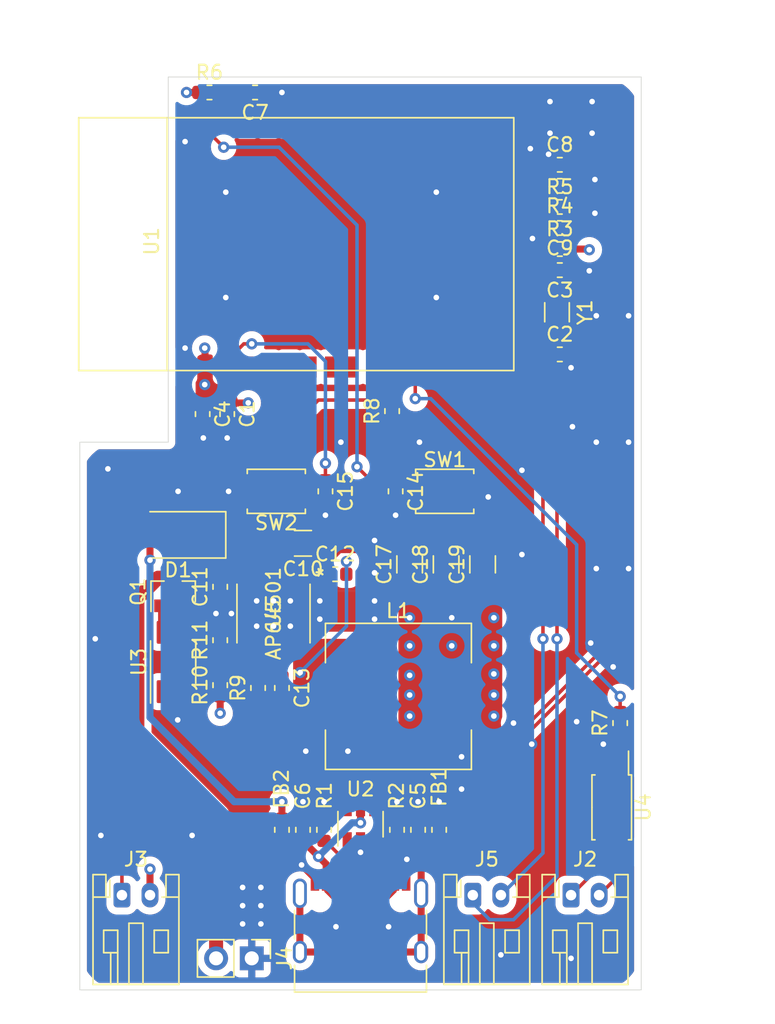
<source format=kicad_pcb>
(kicad_pcb (version 20211014) (generator pcbnew)
  (layers (0 "F.Cu" signal) (1 "In1.Cu" power) (2 "In2.Cu" power) (31 "B.Cu" signal) (34 "B.Paste" user) (35 "F.Paste" user) (36 "B.SilkS" user "B.Silkscreen") (37 "F.SilkS" user "F.Silkscreen") (38 "B.Mask" user) (39 "F.Mask" user) (44 "Edge.Cuts" user))
  (net 0 "")
  (net 1 "GND")
  (net 2 "+3V3")
  (net 3 "/MODULE_TX")
  (net 4 "/MODULE_RX")
  (net 5 "Net-(U1-Pad6)")
  (net 6 "/I2C_SDA")
  (net 7 "/I2C_SCL")
  (net 8 "Net-(U1-Pad7)")
  (net 9 "/USB_D+")
  (net 10 "/USB_D-")
  (net 11 "/D+")
  (net 12 "/D-")
  (net 13 "VBUS")
  (net 14 "+BATT")
  (net 15 "V_UNREG")
  (net 16 "Net-(R4-Pad2)")
  (net 17 "Net-(Q1-Pad1)")
  (net 18 "Net-(C2-Pad1)")
  (net 19 "Net-(C3-Pad2)")
  (net 20 "Net-(C5-Pad1)")
  (net 21 "Net-(C6-Pad1)")
  (net 22 "Net-(J1-PadB5)")
  (net 23 "Net-(J1-PadA8)")
  (net 24 "Net-(J1-PadA5)")
  (net 25 "Net-(J1-PadB8)")
  (net 26 "Net-(J2-Pad1)")
  (net 27 "Net-(J2-Pad2)")
  (net 28 "Net-(R3-Pad1)")
  (net 29 "Net-(R5-Pad1)")
  (net 30 "Net-(R7-Pad1)")
  (net 31 "Net-(U1-Pad31)")
  (net 32 "Net-(U1-Pad27)")
  (net 33 "Net-(U1-Pad30)")
  (net 34 "Net-(U1-Pad34)")
  (net 35 "Net-(U1-Pad28)")
  (net 36 "Net-(U1-Pad32)")
  (net 37 "Net-(U1-Pad37)")
  (net 38 "Net-(U1-Pad29)")
  (net 39 "Net-(U1-Pad38)")
  (net 40 "Net-(U1-Pad36)")
  (net 41 "Net-(U1-Pad33)")
  (net 42 "Net-(U1-Pad35)")
  (net 43 "Net-(U1-Pad39)")
  (net 44 "Net-(U1-Pad40)")
  (net 45 "Net-(U1-Pad25)")
  (net 46 "Net-(U1-Pad24)")
  (net 47 "Net-(U1-Pad20)")
  (net 48 "Net-(U1-Pad17)")
  (net 49 "Net-(U1-Pad13)")
  (net 50 "Net-(U1-Pad14)")
  (net 51 "Net-(U1-Pad9)")
  (net 52 "Net-(U1-Pad10)")
  (net 53 "Net-(U1-Pad8)")
  (net 54 "Net-(U1-Pad5)")
  (net 55 "Net-(U1-Pad4)")
  (net 56 "Net-(U3-Pad1)")
  (net 57 "/EN")
  (net 58 "/IO0")
  (net 59 "Net-(C11-Pad2)")
  (net 60 "Net-(C12-Pad2)")
  (net 61 "Net-(C12-Pad1)")
  (net 62 "Net-(C13-Pad2)")
  (net 63 "Net-(R10-Pad2)")
  (net 64 "Net-(R9-Pad2)")
  (footprint "Capacitor_SMD:C_0603_1608Metric" (layer "F.Cu") (at 140.5 92 -90)
    (fp_text reference "C1")
    (fp_text value "0.1uF")
  )
  (footprint "Capacitor_SMD:C_0603_1608Metric" (layer "F.Cu") (at 164.2 87.75)
    (fp_text reference "C2")
    (fp_text value "20pF")
  )
  (footprint "Capacitor_SMD:C_0603_1608Metric" (layer "F.Cu") (at 164.2 81.75 180)
    (fp_text reference "C3")
    (fp_text value "20pF")
  )
  (footprint "Capacitor_SMD:C_0603_1608Metric" (layer "F.Cu") (at 138.75 92 -90)
    (fp_text reference "C4")
    (fp_text value "22uF")
  )
  (footprint "Capacitor_SMD:C_0603_1608Metric" (layer "F.Cu") (at 142.4875 69.1 180)
    (fp_text reference "C7")
    (fp_text value "0.1uF")
  )
  (footprint "Capacitor_SMD:C_0603_1608Metric" (layer "F.Cu") (at 164.2 74.25)
    (fp_text reference "C8")
    (fp_text value "20pF")
  )
  (footprint "Inductor_SMD:L_0603_1608Metric" (layer "F.Cu") (at 144.4 121.6 -90)
    (fp_text reference "FB2")
    (fp_text value ">1A")
  )
  (footprint "Resistor_SMD:R_0603_1608Metric" (layer "F.Cu") (at 164.2 80.25)
    (fp_text reference "R3")
    (fp_text value "10k")
  )
  (footprint "Resistor_SMD:R_0603_1608Metric" (layer "F.Cu") (at 164.2 75.75 180)
    (fp_text reference "R4")
    (fp_text value "22R")
  )
  (footprint "Resistor_SMD:R_0603_1608Metric" (layer "F.Cu") (at 164.2 77.25)
    (fp_text reference "R5")
    (fp_text value "22R")
  )
  (footprint "Resistor_SMD:R_0603_1608Metric" (layer "F.Cu") (at 139.2375 69.1)
    (fp_text reference "R6")
    (fp_text value "10k")
  )
  (footprint "Resistor_SMD:R_0603_1608Metric" (layer "F.Cu") (at 152.25 91.7875 90)
    (fp_text reference "R8")
    (fp_text value "2.2K")
  )
  (footprint "Package_TO_SOT_SMD:SOT-23-6" (layer "F.Cu") (at 150 121.2 90)
    (fp_text reference "U2")
    (fp_text value "USBLC6-2SC6")
  )
  (footprint "Crystal:Crystal_SMD_3215-2Pin_3.2x1.5mm" (layer "F.Cu") (at 164 84.75 -90)
    (fp_text reference "Y1")
    (fp_text value "32.768KHz 12.5p")
  )
  (footprint "Connector_JST:JST_PH_S2B-PH-K_1x02_P2.00mm_Horizontal" (layer "F.Cu") (at 158 126.25)
    (fp_text reference "J5")
    (fp_text value "Conn_01x02_Male")
  )
  (footprint "Package_SO:MSOP-8_3x3mm_P0.65mm" (layer "F.Cu") (at 136.65 109.65 90)
    (fp_text reference "U3")
    (fp_text value "LTC4414")
  )
  (footprint "Connector_JST:JST_PH_S2B-PH-K_1x02_P2.00mm_Horizontal" (layer "F.Cu") (at 165 126.25)
    (fp_text reference "J2")
    (fp_text value "Conn_01x02_Male")
  )
  (footprint "Package_TO_SOT_SMD:SOT-23" (layer "F.Cu") (at 136.65 104.65 90)
    (fp_text reference "Q1")
    (fp_text value "DMP4065SQ")
  )
  (footprint "Connector_JST:JST_PH_S2B-PH-K_1x02_P2.00mm_Horizontal" (layer "F.Cu") (at 133 126.25)
    (fp_text reference "J3")
    (fp_text value "Conn_01x02_Male")
  )
  (footprint "Connector_PinHeader_2.54mm:PinHeader_1x02_P2.54mm_Vertical" (layer "F.Cu") (at 142.25 130.75 -90)
    (fp_text reference "J4")
    (fp_text value "Conn_01x02")
  )
  (footprint "Connector_USB:USB_C_Receptacle_HRO_TYPE-C-31-M-12" (layer "F.Cu") (at 150 129.25)
    (fp_text reference "J1" hide)
    (fp_text value "USB_C_Receptacle_USB2.0")
  )
  (footprint "Capacitor_SMD:C_0603_1608Metric" (layer "F.Cu") (at 152.5 97.5 -90)
    (fp_text reference "C14")
    (fp_text value "0.1uF")
  )
  (footprint "Button_Switch_SMD:SW_Push_SPST_NO_Alps_SKRK" (layer "F.Cu") (at 156 97.5)
    (fp_text reference "SW1")
    (fp_text value "Reset")
  )
  (footprint "Capacitor_SMD:C_0603_1608Metric" (layer "F.Cu") (at 164.2 78.75 180)
    (fp_text reference "C9")
    (fp_text value "20pF")
  )
  (footprint "Resistor_SMD:R_0603_1608Metric" (layer "F.Cu") (at 147.4 121.6 -90)
    (fp_text reference "R1")
    (fp_text value "5.1k")
  )
  (footprint "Capacitor_SMD:C_0603_1608Metric" (layer "F.Cu") (at 145.9 121.6 90)
    (fp_text reference "C6")
    (fp_text value "0.1uF")
  )
  (footprint "Resistor_SMD:R_0603_1608Metric" (layer "F.Cu") (at 168.5 114 90)
    (fp_text reference "R7")
    (fp_text value "180R")
  )
  (footprint "Package_SO:SOP-4_4.4x2.6mm_P1.27mm" (layer "F.Cu") (at 167.9 120 -90)
    (fp_text reference "U4")
    (fp_text value "EL3H7(B)(TA)-G")
  )
  (footprint "ESP32-s2:ESP32-S2-WROOM" (layer "F.Cu") (at 129.921 88.9 90)
    (fp_text reference "U1")
    (fp_text value "ESP32-S2-WROOM")
  )
  (footprint "Capacitor_SMD:C_0603_1608Metric" (layer "F.Cu") (at 147.5 97.5 -90)
    (fp_text reference "C15")
    (fp_text value "0.1uF")
  )
  (footprint "Button_Switch_SMD:SW_Push_SPST_NO_Alps_SKRK" (layer "F.Cu") (at 144 97.5 180)
    (fp_text reference "SW2")
    (fp_text value "Boot")
  )
  (footprint "Inductor_SMD:L_Wuerth_HCI-1050" (layer "F.Cu") (at 152.7 112.1)
    (fp_text reference "L1")
    (fp_text value "3.3uh")
  )
  (footprint "Capacitor_SMD:C_0603_1608Metric" (layer "F.Cu") (at 148.2 103.4)
    (fp_text reference "C12")
    (fp_text value "100nf")
  )
  (footprint "Capacitor_SMD:C_1206_3216Metric" (layer "F.Cu") (at 153.5 102.7 90)
    (fp_text reference "C17")
    (fp_text value "22uf")
  )
  (footprint "Capacitor_SMD:C_1206_3216Metric" (layer "F.Cu") (at 156.1 102.7 90)
    (fp_text reference "C18")
    (fp_text value "22uf")
  )
  (footprint "Capacitor_SMD:C_1206_3216Metric" (layer "F.Cu") (at 158.7 102.7 90)
    (fp_text reference "C19")
    (fp_text value "22uf")
  )
  (footprint "aquabotsBMS:AP64501SP-13" (layer "F.Cu") (at 143.8 106.2 -90)
    (fp_text reference "U5")
    (fp_text value "AP64501")
  )
  (footprint "Capacitor_SMD:C_1206_3216Metric" (layer "F.Cu") (at 145.9 101.2 180)
    (fp_text reference "C10")
    (fp_text value "10uf")
  )
  (footprint "Resistor_SMD:R_0603_1608Metric" (layer "F.Cu") (at 142.7 111.5 90)
    (fp_text reference "R9")
    (fp_text value "10.5k")
  )
  (footprint "Resistor_SMD:R_0603_1608Metric" (layer "F.Cu") (at 140 108.1 90)
    (fp_text reference "R11")
    (fp_text value "22.1k")
  )
  (footprint "Resistor_SMD:R_0603_1608Metric" (layer "F.Cu") (at 140 111.3 90)
    (fp_text reference "R10")
    (fp_text value "69.8k")
  )
  (footprint "Capacitor_SMD:C_0603_1608Metric" (layer "F.Cu") (at 144.4 111.5 -90)
    (fp_text reference "C13")
    (fp_text value "2.7nf")
  )
  (footprint "Capacitor_SMD:C_0603_1608Metric" (layer "F.Cu") (at 140 104.3 90)
    (fp_text reference "C11")
    (fp_text value "10nf")
  )
  (footprint "Diode_SMD:D_SMA" (layer "F.Cu") (at 137 100.6 180)
    (fp_text reference "D1")
    (fp_text value "B140B-13-F")
  )
  (footprint "Resistor_SMD:R_0603_1608Metric" (layer "F.Cu") (at 152.6 121.6 -90)
    (fp_text reference "R2")
    (fp_text value "5.1k")
  )
  (footprint "Inductor_SMD:L_0603_1608Metric" (layer "F.Cu") (at 155.6 121.6 -90)
    (fp_text reference "FB1")
    (fp_text value ">1A")
  )
  (footprint "Capacitor_SMD:C_0603_1608Metric" (layer "F.Cu") (at 154.1 121.6 90)
    (fp_text reference "C5")
    (fp_text value "0.1uF")
  )
  (gr_line (start 130 133) (end 130 94) (layer "Edge.Cuts") (width 0.05))
  (gr_line (start 170 68) (end 170 133) (layer "Edge.Cuts") (width 0.05))
  (gr_line (start 130 94) (end 136.3 94) (layer "Edge.Cuts") (width 0.05))
  (gr_line (start 136.3 68) (end 170 68) (layer "Edge.Cuts") (width 0.05))
  (gr_line (start 170 133) (end 130 133) (layer "Edge.Cuts") (width 0.05))
  (gr_line (start 136.3 94) (end 136.3 68) (layer "Edge.Cuts") (width 0.05))
  (segment (start 136.975 113.775) (end 136.975 113.775) (width 0.5) (layer "F.Cu") (net 1))
  (segment (start 152.5 98.2875) (end 152.5 99.2) (width 0.5) (layer "F.Cu") (net 1))
  (segment (start 136.325 111.7625) (end 136.975 111.7625) (width 0.5) (layer "F.Cu") (net 1))
  (segment (start 155.6 120.8125) (end 155.6 119.6) (width 0.5) (layer "F.Cu") (net 1))
  (segment (start 162.1 73.1) (end 163 73.1) (width 0.5) (layer "F.Cu") (net 1))
  (segment (start 150 122.3) (end 150 123.2) (width 0.5) (layer "F.Cu") (net 1))
  (segment (start 158.7 97.5) (end 159.1 97.9) (width 0.5) (layer "F.Cu") (net 1))
  (segment (start 164.9875 88.6875) (end 165 88.7) (width 0.5) (layer "F.Cu") (net 1))
  (segment (start 162.25 79.5) (end 162.6625 79.5) (width 0.25) (layer "F.Cu") (net 1))
  (segment (start 137.421 88.65) (end 137.421 87.379) (width 0.5) (layer "F.Cu") (net 1))
  (segment (start 162.05 73.15) (end 162.1 73.1) (width 0.5) (layer "F.Cu") (net 1))
  (segment (start 160.671 73.15) (end 162.05 73.15) (width 0.5) (layer "F.Cu") (net 1))
  (segment (start 137.421 72.521) (end 137.5 72.6) (width 0.5) (layer "F.Cu") (net 1))
  (segment (start 147.5 98.2875) (end 147.5 99.2) (width 0.5) (layer "F.Cu") (net 1))
  (segment (start 146.75 125.05) (end 145.8 124.1) (width 0.5) (layer "F.Cu") (net 1))
  (segment (start 136.975 111.7625) (end 136.975 113.775) (width 0.5) (layer "F.Cu") (net 1))
  (segment (start 164.9875 81.75) (end 166.25 81.75) (width 0.5) (layer "F.Cu") (net 1))
  (segment (start 163.4125 73.5125) (end 163.4 73.5) (width 0.5) (layer "F.Cu") (net 1))
  (segment (start 145.9 120.8125) (end 145.9 119.6) (width 0.5) (layer "F.Cu") (net 1))
  (segment (start 144.4 108.9147) (end 144.435 108.8797) (width 0.25) (layer "F.Cu") (net 1))
  (segment (start 164.9875 87.75) (end 164.9875 88.6875) (width 0.5) (layer "F.Cu") (net 1))
  (segment (start 138.75 93.65) (end 138.8 93.7) (width 0.5) (layer "F.Cu") (net 1))
  (segment (start 153.25 123.75) (end 153.3 123.7) (width 0.5) (layer "F.Cu") (net 1))
  (segment (start 146.75 125.205) (end 146.75 125.05) (width 0.5) (layer "F.Cu") (net 1))
  (segment (start 162.6625 79.5) (end 163.4125 78.75) (width 0.25) (layer "F.Cu") (net 1))
  (segment (start 158.1 97.5) (end 158.7 97.5) (width 0.5) (layer "F.Cu") (net 1))
  (segment (start 141.9 97.5) (end 140.6 97.5) (width 0.5) (layer "F.Cu") (net 1))
  (segment (start 138.75 92.7875) (end 138.75 93.65) (width 0.5) (layer "F.Cu") (net 1))
  (segment (start 144.4 110.7125) (end 144.4 108.9147) (width 0.25) (layer "F.Cu") (net 1))
  (segment (start 167.265 115.535) (end 167.3 115.5) (width 0.5) (layer "F.Cu") (net 1))
  (segment (start 140.5 92.7875) (end 140.5 93.7) (width 0.5) (layer "F.Cu") (net 1))
  (segment (start 137.421 87.379) (end 137.5 87.3) (width 0.5) (layer "F.Cu") (net 1))
  (segment (start 152.6 120.8125) (end 152.6 119.6) (width 0.5) (layer "F.Cu") (net 1))
  (segment (start 153.25 125.205) (end 153.25 123.75) (width 0.5) (layer "F.Cu") (net 1))
  (segment (start 166.25 81.75) (end 166.3 81.8) (width 0.5) (layer "F.Cu") (net 1))
  (segment (start 163 73.1) (end 163.4 73.5) (width 0.5) (layer "F.Cu") (net 1))
  (segment (start 147.4 120.8125) (end 147.4 119.6) (width 0.5) (layer "F.Cu") (net 1))
  (segment (start 137.421 71.15) (end 137.421 72.521) (width 0.5) (layer "F.Cu") (net 1))
  (segment (start 167.265 116.8125) (end 167.265 115.535) (width 0.5) (layer "F.Cu") (net 1))
  (segment (start 143.275 69.1) (end 144.4 69.1) (width 0.5) (layer "F.Cu") (net 1))
  (segment (start 154.1 120.8125) (end 154.1 119.6) (width 0.5) (layer "F.Cu") (net 1))
  (segment (start 163.4125 74.25) (end 163.4125 73.5125) (width 0.5) (layer "F.Cu") (net 1))
  (via (at 166.8 85) (size 0.8) (drill 0.4) (layers "F.Cu" "B.Cu") (net 1))
  (via (at 166.7 75.3) (size 0.8) (drill 0.4) (layers "F.Cu" "B.Cu") (net 1))
  (via (at 151 106.6) (size 0.8) (drill 0.4) (layers "F.Cu" "B.Cu") (net 1))
  (via (at 147.4 119.6) (size 0.8) (drill 0.4) (layers "F.Cu" "B.Cu") (net 1))
  (via (at 162.2 115.5) (size 0.8) (drill 0.4) (layers "F.Cu" "B.Cu") (net 1))
  (via (at 142.9 125.7) (size 0.8) (drill 0.4) (layers "F.Cu" "B.Cu") (net 1))
  (via (at 145 107.1) (size 0.8) (drill 0.4) (layers "F.Cu" "B.Cu") (net 1))
  (via (at 141.6 125.7) (size 0.8) (drill 0.4) (layers "F.Cu" "B.Cu") (net 1))
  (via (at 160.9 114) (size 0.8) (drill 0.4) (layers "F.Cu" "B.Cu") (net 1))
  (via (at 151 103.3) (size 0.8) (drill 0.4) (layers "F.Cu" "B.Cu") (net 1))
  (via (at 140.6 97.5) (size 0.8) (drill 0.4) (layers "F.Cu" "B.Cu") (net 1))
  (via (at 162.1 73.1) (size 0.8) (drill 0.4) (layers "F.Cu" "B.Cu") (net 1))
  (via (at 169.1 85) (size 0.8) (drill 0.4) (layers "F.Cu" "B.Cu") (net 1))
  (via (at 142.6 107.1) (size 0.8) (drill 0.4) (layers "F.Cu" "B.Cu") (net 1))
  (via (at 163.5 72) (size 0.8) (drill 0.4) (layers "F.Cu" "B.Cu") (net 1))
  (via (at 139.7 106.2) (size 0.8) (drill 0.4) (layers "F.Cu" "B.Cu") (net 1))
  (via (at 146.1 116) (size 0.8) (drill 0.4) (layers "F.Cu" "B.Cu") (net 1))
  (via (at 141.6 128.3) (size 0.8) (drill 0.4) (layers "F.Cu" "B.Cu") (net 1))
  (via (at 143.8 105.3) (size 0.8) (drill 0.4) (layers "F.Cu" "B.Cu") (net 1))
  (via (at 138.8 93.7) (size 0.8) (drill 0.4) (layers "F.Cu" "B.Cu") (net 1))
  (via (at 155.4 83.7) (size 0.8) (drill 0.4) (layers "F.Cu" "B.Cu") (net 1))
  (via (at 163.4 73.5) (size 0.8) (drill 0.4) (layers "F.Cu" "B.Cu") (net 1))
  (via (at 155.6 119.6) (size 0.8) (drill 0.4) (layers "F.Cu" "B.Cu") (net 1))
  (via (at 145.9 119.6) (size 0.8) (drill 0.4) (layers "F.Cu" "B.Cu") (net 1))
  (via (at 153.3 123.7) (size 0.8) (drill 0.4) (layers "F.Cu" "B.Cu") (net 1))
  (via (at 142.6 105.3) (size 0.8) (drill 0.4) (layers "F.Cu" "B.Cu") (net 1))
  (via (at 140.8 106.2) (size 0.8) (drill 0.4) (layers "F.Cu" "B.Cu") (net 1))
  (via (at 149.1 116) (size 0.8) (drill 0.4) (layers "F.Cu" "B.Cu") (net 1))
  (via (at 140.4 83.7) (size 0.8) (drill 0.4) (layers "F.Cu" "B.Cu") (net 1))
  (via (at 147.1 105.3) (size 0.8) (drill 0.4) (layers "F.Cu" "B.Cu") (net 1))
  (via (at 147.5 99.2) (size 0.8) (drill 0.4) (layers "F.Cu" "B.Cu") (net 1))
  (via (at 166.5 69.75) (size 0.8) (drill 0.4) (layers "F.Cu" "B.Cu") (net 1))
  (via (at 166.5 72) (size 0.8) (drill 0.4) (layers "F.Cu" "B.Cu") (net 1))
  (via (at 156.5 106.5) (size 0.8) (drill 0.4) (layers "F.Cu" "B.Cu") (net 1))
  (via (at 162.25 79.5) (size 0.8) (drill 0.4) (layers "F.Cu" "B.Cu") (net 1))
  (via (at 169.1 103) (size 0.8) (drill 0.4) (layers "F.Cu" "B.Cu") (net 1))
  (via (at 166.3 81.8) (size 0.8) (drill 0.4) (layers "F.Cu" "B.Cu") (net 1))
  (via (at 152 128.5) (size 0.8) (drill 0.4) (layers "F.Cu" "B.Cu") (net 1))
  (via (at 145 105.3) (size 0.8) (drill 0.4) (layers "F.Cu" "B.Cu") (net 1))
  (via (at 140.5 93.7) (size 0.8) (drill 0.4) (layers "F.Cu" "B.Cu") (net 1))
  (via (at 137.5 87.3) (size 0.8) (drill 0.4) (layers "F.Cu" "B.Cu") (net 1))
  (via (at 167.3 115.5) (size 0.8) (drill 0.4) (layers "F.Cu" "B.Cu") (net 1))
  (via (at 154.1 119.6) (size 0.8) (drill 0.4) (layers "F.Cu" "B.Cu") (net 1))
  (via (at 165.1 92.9) (size 0.8) (drill 0.4) (layers "F.Cu" "B.Cu") (net 1))
  (via (at 155.4 76.2) (size 0.8) (drill 0.4) (layers "F.Cu" "B.Cu") (net 1))
  (via (at 169.1 94) (size 0.8) (drill 0.4) (layers "F.Cu" "B.Cu") (net 1))
  (via (at 137 97.5) (size 0.8) (drill 0.4) (layers "F.Cu" "B.Cu") (net 1))
  (via (at 160 130.5) (size 0.8) (drill 0.4) (layers "F.Cu" "B.Cu") (net 1))
  (via (at 140.4 76.2) (size 0.8) (drill 0.4) (layers "F.Cu" "B.Cu") (net 1))
  (via (at 150 123.2) (size 0.8) (drill 0.4) (layers "F.Cu" "B.Cu") (net 1))
  (via (at 148.6 94) (size 0.8) (drill 0.4) (layers "F.Cu" "B.Cu") (net 1))
  (via (at 138 122) (size 0.8) (drill 0.4) (layers "F.Cu" "B.Cu") (net 1))
  (via (at 166.8 94) (size 0.8) (drill 0.4) (layers "F.Cu" "B.Cu") (net 1))
  (via (at 142.9 127) (size 0.8) (drill 0.4) (layers "F.Cu" "B.Cu") (net 1))
  (via (at 142.9 128.3) (size 0.8) (drill 0.4) (layers "F.Cu" "B.Cu") (net 1))
  (via (at 163.5 69.75) (size 0.8) (drill 0.4) (layers "F.Cu" "B.Cu") (net 1))
  (via (at 152.6 119.6) (size 0.8) (drill 0.4) (layers "F.Cu" "B.Cu") (net 1))
  (via (at 159.1 97.9) (size 0.8) (drill 0.4) (layers "F.Cu" "B.Cu") (net 1))
  (via (at 145.8 124.1) (size 0.8) (drill 0.4) (layers "F.Cu" "B.Cu") (net 1))
  (via (at 136.975 113.775) (size 0.8) (drill 0.4) (layers "F.Cu" "B.Cu") (net 1))
  (via (at 154.2 94) (size 0.8) (drill 0.4) (layers "F.Cu" "B.Cu") (net 1))
  (via (at 161.5 102) (size 0.8) (drill 0.4) (layers "F.Cu" "B.Cu") (net 1))
  (via (at 131.1 108) (size 0.8) (drill 0.4) (layers "F.Cu" "B.Cu") (net 1))
  (via (at 165.4 113.9) (size 0.8) (drill 0.4) (layers "F.Cu" "B.Cu") (net 1))
  (via (at 144.4 69.1) (size 0.8) (drill 0.4) (layers "F.Cu" "B.Cu") (net 1))
  (via (at 151 101) (size 0.8) (drill 0.4) (layers "F.Cu" "B.Cu") (net 1))
  (via (at 143.8 107.1) (size 0.8) (drill 0.4) (layers "F.Cu" "B.Cu") (net 1))
  (via (at 151 105.3) (size 0.8) (drill 0.4) (layers "F.Cu" "B.Cu") (net 1))
  (via (at 152.5 99.2) (size 0.8) (drill 0.4) (layers "F.Cu" "B.Cu") (net 1))
  (via (at 166.7 77.7) (size 0.8) (drill 0.4) (layers "F.Cu" "B.Cu") (net 1))
  (via (at 166.8 103) (size 0.8) (drill 0.4) (layers "F.Cu" "B.Cu") (net 1))
  (via (at 131.5 122) (size 0.8) (drill 0.4) (layers "F.Cu" "B.Cu") (net 1))
  (via (at 165 130.75) (size 0.8) (drill 0.4) (layers "F.Cu" "B.Cu") (net 1))
  (via (at 147.1 106.6) (size 0.8) (drill 0.4) (layers "F.Cu" "B.Cu") (net 1))
  (via (at 132 95.9) (size 0.8) (drill 0.4) (layers "F.Cu" "B.Cu") (net 1))
  (via (at 165 88.7) (size 0.8) (drill 0.4) (layers "F.Cu" "B.Cu") (net 1))
  (via (at 141.6 127) (size 0.8) (drill 0.4) (layers "F.Cu" "B.Cu") (net 1))
  (via (at 148.25 128.5) (size 0.8) (drill 0.4) (layers "F.Cu" "B.Cu") (net 1))
  (via (at 168 110) (size 0.8) (drill 0.4) (layers "F.Cu" "B.Cu") (net 1))
  (via (at 137.5 72.6) (size 0.8) (drill 0.4) (layers "F.Cu" "B.Cu") (net 1))
  (via (at 157.2 118.7) (size 0.8) (drill 0.4) (layers "F.Cu" "B.Cu") (net 1))
  (via (at 166.4 108.3) (size 0.8) (drill 0.4) (layers "F.Cu" "B.Cu") (net 1))
  (via (at 161.5 96) (size 0.8) (drill 0.4) (layers "F.Cu" "B.Cu") (net 1))
  (via (at 157.2 116.4) (size 0.8) (drill 0.4) (layers "F.Cu" "B.Cu") (net 1))
  (segment (start 159.1 97.9) (end 159.2 97.8) (width 0.5) (layer "B.Cu") (net 1))
  (segment (start 138.921 87.321) (end 138.9 87.3) (width 0.5) (layer "F.Cu") (net 2))
  (segment (start 140 112.0875) (end 140 113.3) (width 0.5) (layer "F.Cu") (net 2))
  (segment (start 166.25 80.25) (end 166.3 80.3) (width 0.5) (layer "F.Cu") (net 2))
  (segment (start 140.5 91.2125) (end 141.9875 91.2125) (width 0.5) (layer "F.Cu") (net 2))
  (segment (start 141.9875 91.2125) (end 142 91.2) (width 0.5) (layer "F.Cu") (net 2))
  (segment (start 138.45 69.1) (end 137.6 69.1) (width 0.5) (layer "F.Cu") (net 2))
  (segment (start 135 126.25) (end 135 124.4) (width 0.5) (layer "F.Cu") (net 2))
  (segment (start 138.921 88.65) (end 138.921 87.321) (width 0.5) (layer "F.Cu") (net 2))
  (segment (start 164.9875 80.25) (end 166.25 80.25) (width 0.5) (layer "F.Cu") (net 2))
  (via (at 159.5 110.5) (size 0.8) (drill 0.4) (layers "F.Cu" "B.Cu") (net 2))
  (via (at 153.5 112) (size 0.8) (drill 0.4) (layers "F.Cu" "B.Cu") (net 2))
  (via (at 159.5 113.5) (size 0.8) (drill 0.4) (layers "F.Cu" "B.Cu") (net 2))
  (via (at 166.3 80.3) (size 0.8) (drill 0.4) (layers "F.Cu" "B.Cu") (net 2))
  (via (at 138.9 89.9) (size 0.8) (drill 0.4) (layers "F.Cu" "B.Cu") (net 2))
  (via (at 156.5 108.5) (size 0.8) (drill 0.4) (layers "F.Cu" "B.Cu") (net 2))
  (via (at 153.5 108.5) (size 0.8) (drill 0.4) (layers "F.Cu" "B.Cu") (net 2))
  (via (at 137.6 69.1) (size 0.8) (drill 0.4) (layers "F.Cu" "B.Cu") (net 2))
  (via (at 153.5 113.5) (size 0.8) (drill 0.4) (layers "F.Cu" "B.Cu") (net 2))
  (via (at 153.5 110.6) (size 0.8) (drill 0.4) (layers "F.Cu" "B.Cu") (net 2))
  (via (at 138.9 87.3) (size 0.8) (drill 0.4) (layers "F.Cu" "B.Cu") (net 2))
  (via (at 135 124.4) (size 0.8) (drill 0.4) (layers "F.Cu" "B.Cu") (net 2))
  (via (at 142 91.2) (size 0.8) (drill 0.4) (layers "F.Cu" "B.Cu") (net 2))
  (via (at 159.5 108.5) (size 0.8) (drill 0.4) (layers "F.Cu" "B.Cu") (net 2))
  (via (at 153.5 106.5) (size 0.8) (drill 0.4) (layers "F.Cu" "B.Cu") (net 2))
  (via (at 159.5 112) (size 0.8) (drill 0.4) (layers "F.Cu" "B.Cu") (net 2))
  (via (at 140 113.3) (size 0.8) (drill 0.4) (layers "F.Cu" "B.Cu") (net 2))
  (via (at 159.5 106.5) (size 0.8) (drill 0.4) (layers "F.Cu" "B.Cu") (net 2))
  (segment (start 153.9 90.9) (end 153.9 88.671) (width 0.25) (layer "F.Cu") (net 3))
  (segment (start 168.5 113.2125) (end 168.5 112.1) (width 0.25) (layer "F.Cu") (net 3))
  (segment (start 153.9 88.671) (end 153.921 88.65) (width 0.25) (layer "F.Cu") (net 3))
  (via (at 168.5 112.1) (size 0.8) (drill 0.4) (layers "F.Cu" "B.Cu") (net 3))
  (via (at 153.9 90.9) (size 0.8) (drill 0.4) (layers "F.Cu" "B.Cu") (net 3))
  (segment (start 165.4 101.3) (end 155 90.9) (width 0.25) (layer "B.Cu") (net 3))
  (segment (start 165.4 109) (end 165.4 101.3) (width 0.25) (layer "B.Cu") (net 3))
  (segment (start 155 90.9) (end 153.9 90.9) (width 0.25) (layer "B.Cu") (net 3))
  (segment (start 168.5 112.1) (end 165.4 109) (width 0.25) (layer "B.Cu") (net 3))
  (segment (start 134.8 95.7) (end 142.3 95.7) (width 0.25) (layer "F.Cu") (net 4))
  (segment (start 132.5 116.5) (end 132.5 98) (width 0.25) (layer "F.Cu") (net 4))
  (segment (start 132.5 98) (end 134.8 95.7) (width 0.25) (layer "F.Cu") (net 4))
  (segment (start 152.25 88.821) (end 152.421 88.65) (width 0.25) (layer "F.Cu") (net 4))
  (segment (start 133 117) (end 132.5 116.5) (width 0.25) (layer "F.Cu") (net 4))
  (segment (start 133 126.25) (end 133 117) (width 0.25) (layer "F.Cu") (net 4))
  (segment (start 142.3 95.7) (end 147 91) (width 0.25) (layer "F.Cu") (net 4))
  (segment (start 147 91) (end 152.25 91) (width 0.25) (layer "F.Cu") (net 4))
  (segment (start 152.25 91) (end 152.25 88.821) (width 0.25) (layer "F.Cu") (net 4))
  (segment (start 164.000003 95.900003) (end 164.000003 108) (width 0.25) (layer "F.Cu") (net 6))
  (segment (start 159.921 88.65) (end 159.921 91.821) (width 0.25) (layer "F.Cu") (net 6))
  (segment (start 159.921 91.821) (end 164.000003 95.900003) (width 0.25) (layer "F.Cu") (net 6))
  (via (at 164.000003 108) (size 0.8) (drill 0.4) (layers "F.Cu" "B.Cu") (net 6))
  (segment (start 164.000003 124.899997) (end 160.9 128) (width 0.25) (layer "B.Cu") (net 6))
  (segment (start 164.000003 108) (end 164.000003 124.899997) (width 0.25) (layer "B.Cu") (net 6))
  (segment (start 158 126.8) (end 158 126.25) (width 0.25) (layer "B.Cu") (net 6))
  (segment (start 160.9 128) (end 159.2 128) (width 0.25) (layer "B.Cu") (net 6))
  (segment (start 159.2 128) (end 158 126.8) (width 0.25) (layer "B.Cu") (net 6))
  (segment (start 158.421 91.421) (end 163 96) (width 0.25) (layer "F.Cu") (net 7))
  (segment (start 158.421 88.65) (end 158.421 91.421) (width 0.25) (layer "F.Cu") (net 7))
  (segment (start 163 96) (end 163 108) (width 0.25) (layer "F.Cu") (net 7))
  (via (at 163 108) (size 0.8) (drill 0.4) (layers "F.Cu" "B.Cu") (net 7))
  (segment (start 163 108) (end 163 123.25) (width 0.25) (layer "B.Cu") (net 7))
  (segment (start 163 123.25) (end 160 126.25) (width 0.25) (layer "B.Cu") (net 7))
  (segment (start 168.2 108.43641) (end 158.83641 117.8) (width 0.25) (layer "F.Cu") (net 9))
  (segment (start 164.9875 74.9875) (end 164.9875 75.75) (width 0.25) (layer "F.Cu") (net 9))
  (segment (start 164.9875 74.9875) (end 165.0875 74.9875) (width 0.25) (layer "F.Cu") (net 9))
  (segment (start 166.3 76.2) (end 167.2 76.2) (width 0.25) (layer "F.Cu") (net 9))
  (segment (start 168.2 77.2) (end 168.2 108.43641) (width 0.25) (layer "F.Cu") (net 9))
  (segment (start 158.83641 117.8) (end 151.3 117.8) (width 0.25) (layer "F.Cu") (net 9))
  (segment (start 164.9875 74.25) (end 164.9875 74.9875) (width 0.25) (layer "F.Cu") (net 9))
  (segment (start 151.3 117.8) (end 150.95 118.15) (width 0.25) (layer "F.Cu") (net 9))
  (segment (start 167.2 76.2) (end 168.2 77.2) (width 0.25) (layer "F.Cu") (net 9))
  (segment (start 165.0875 74.9875) (end 166.3 76.2) (width 0.25) (layer "F.Cu") (net 9))
  (segment (start 150.95 118.15) (end 150.95 120.1) (width 0.25) (layer "F.Cu") (net 9))
  (segment (start 164.9875 77.9875) (end 164.9875 77.25) (width 0.25) (layer "F.Cu") (net 10))
  (segment (start 167.7 77.4) (end 167.7 108.3) (width 0.25) (layer "F.Cu") (net 10))
  (segment (start 149.9 117.3) (end 149.05 118.15) (width 0.25) (layer "F.Cu") (net 10))
  (segment (start 149.05 118.15) (end 149.05 120.1) (width 0.25) (layer "F.Cu") (net 10))
  (segment (start 167.1 76.8) (end 167.7 77.4) (width 0.25) (layer "F.Cu") (net 10))
  (segment (start 158.7 117.3) (end 149.9 117.3) (width 0.25) (layer "F.Cu") (net 10))
  (segment (start 165.1125 77.9875) (end 166.3 76.8) (width 0.25) (layer "F.Cu") (net 10))
  (segment (start 164.9875 77.9875) (end 165.1125 77.9875) (width 0.25) (layer "F.Cu") (net 10))
  (segment (start 167.7 108.3) (end 158.7 117.3) (width 0.25) (layer "F.Cu") (net 10))
  (segment (start 166.3 76.8) (end 167.1 76.8) (width 0.25) (layer "F.Cu") (net 10))
  (segment (start 164.9875 78.75) (end 164.9875 77.9875) (width 0.25) (layer "F.Cu") (net 10))
  (segment (start 149.98 124) (end 150.505002 124) (width 0.25) (layer "F.Cu") (net 11))
  (segment (start 150.505002 124) (end 150.75 124.244998) (width 0.25) (layer "F.Cu") (net 11))
  (segment (start 150.95 122.3) (end 150.95 123.555002) (width 0.25) (layer "F.Cu") (net 11))
  (segment (start 149.75 125.205) (end 149.75 124.23) (width 0.25) (layer "F.Cu") (net 11))
  (segment (start 149.75 124.23) (end 149.98 124) (width 0.25) (layer "F.Cu") (net 11))
  (segment (start 150.75 124.244998) (end 150.75 125.205) (width 0.25) (layer "F.Cu") (net 11))
  (segment (start 150.95 123.555002) (end 150.505002 124) (width 0.25) (layer "F.Cu") (net 11))
  (segment (start 149.25 123.35) (end 149.25 125.205) (width 0.25) (layer "F.Cu") (net 12))
  (segment (start 149.25 126.165002) (end 149.484998 126.4) (width 0.25) (layer "F.Cu") (net 12))
  (segment (start 149.05 123.15) (end 149.25 123.35) (width 0.25) (layer "F.Cu") (net 12))
  (segment (start 150.015002 126.4) (end 150.25 126.165002) (width 0.25) (layer "F.Cu") (net 12))
  (segment (start 149.05 122.3) (end 149.05 123.15) (width 0.25) (layer "F.Cu") (net 12))
  (segment (start 150.25 126.165002) (end 150.25 125.205) (width 0.25) (layer "F.Cu") (net 12))
  (segment (start 149.484998 126.4) (end 150.015002 126.4) (width 0.25) (layer "F.Cu") (net 12))
  (segment (start 149.25 125.205) (end 149.25 126.165002) (width 0.25) (layer "F.Cu") (net 12))
  (segment (start 135 102.4) (end 135 100.6) (width 0.5) (layer "F.Cu") (net 13))
  (segment (start 144.4 120.8125) (end 144.4 119.6) (width 0.5) (layer "F.Cu") (net 13))
  (via (at 135 102.4) (size 0.8) (drill 0.4) (layers "F.Cu" "B.Cu") (net 13))
  (via (at 144.4 119.6) (size 0.8) (drill 0.4) (layers "F.Cu" "B.Cu") (net 13))
  (segment (start 135 113.6) (end 135 102.4) (width 0.5) (layer "B.Cu") (net 13))
  (segment (start 141 119.6) (end 135 113.6) (width 0.5) (layer "B.Cu") (net 13))
  (segment (start 144.4 119.6) (end 141 119.6) (width 0.5) (layer "B.Cu") (net 13))
  (segment (start 139.71 130.75) (end 139.71 120.71) (width 1) (layer "F.Cu") (net 14))
  (segment (start 136.52499 103.77499) (end 136.4 103.65) (width 0.25) (layer "F.Cu") (net 14))
  (segment (start 134.1 105.139998) (end 135.589998 103.65) (width 1) (layer "F.Cu") (net 14))
  (segment (start 136.325 106.59999) (end 136.52499 106.4) (width 0.25) (layer "F.Cu") (net 14))
  (segment (start 136.325 107.5375) (end 136.325 106.59999) (width 0.25) (layer "F.Cu") (net 14))
  (segment (start 136.52499 106.4) (end 136.52499 103.77499) (width 0.25) (layer "F.Cu") (net 14))
  (segment (start 135.589998 103.65) (end 136.65 103.65) (width 1) (layer "F.Cu") (net 14))
  (segment (start 139.71 120.71) (end 134.1 115.1) (width 1) (layer "F.Cu") (net 14))
  (segment (start 134.1 115.1) (end 134.1 105.139998) (width 1) (layer "F.Cu") (net 14))
  (segment (start 137.6 104.5) (end 139 103.1) (width 0.5) (layer "F.Cu") (net 15))
  (segment (start 136.975 106.275) (end 137.6 105.65) (width 0.25) (layer "F.Cu") (net 15))
  (segment (start 137.6 105.65) (end 137.6 104.5) (width 0.5) (layer "F.Cu") (net 15))
  (segment (start 136.975 107.5375) (end 136.975 106.275) (width 0.25) (layer "F.Cu") (net 15))
  (segment (start 139 103.1) (end 139 100.6) (width 0.5) (layer "F.Cu") (net 15))
  (segment (start 161.5125 77.65) (end 160.671 77.65) (width 0.25) (layer "F.Cu") (net 16))
  (segment (start 163.4125 75.75) (end 161.5125 77.65) (width 0.25) (layer "F.Cu") (net 16))
  (segment (start 135.7 107.5125) (end 135.675 107.5375) (width 0.25) (layer "F.Cu") (net 17))
  (segment (start 135.7 105.65) (end 135.7 107.5125) (width 0.25) (layer "F.Cu") (net 17))
  (segment (start 163.4125 87.75) (end 163.4125 86.5875) (width 0.25) (layer "F.Cu") (net 18))
  (segment (start 163.4125 86.5875) (end 164 86) (width 0.25) (layer "F.Cu") (net 18))
  (segment (start 163.15 85.15) (end 160.671 85.15) (width 0.25) (layer "F.Cu") (net 18))
  (segment (start 164 86) (end 163.15 85.15) (width 0.25) (layer "F.Cu") (net 18))
  (segment (start 163.4125 81.75) (end 163.4125 82.9125) (width 0.25) (layer "F.Cu") (net 19))
  (segment (start 163.4125 82.9125) (end 164 83.5) (width 0.25) (layer "F.Cu") (net 19))
  (segment (start 160.671 83.65) (end 163.85 83.65) (width 0.25) (layer "F.Cu") (net 19))
  (segment (start 163.85 83.65) (end 164 83.5) (width 0.25) (layer "F.Cu") (net 19))
  (segment (start 154.32 130.3) (end 154.32 126.12) (width 0.5) (layer "F.Cu") (net 20))
  (segment (start 154.32 126.12) (end 154.32 122.6075) (width 0.5) (layer "F.Cu") (net 20))
  (segment (start 145.68 130.3) (end 145.68 126.12) (width 0.5) (layer "F.Cu") (net 20))
  (segment (start 154.32 122.6075) (end 154.1 122.3875) (width 0.5) (layer "F.Cu") (net 20))
  (segment (start 154.32 130.3) (end 145.68 130.3) (width 0.5) (layer "F.Cu") (net 20))
  (segment (start 154.1 122.3875) (end 155.6 122.3875) (width 0.5) (layer "F.Cu") (net 20))
  (segment (start 152.45 125.205) (end 152.45 125.965002) (width 0.25) (layer "F.Cu") (net 21))
  (segment (start 145.9 122.3875) (end 147.00625 123.49375) (width 0.5) (layer "F.Cu") (net 21))
  (segment (start 152.45 125.965002) (end 151.564992 126.85001) (width 0.25) (layer "F.Cu") (net 21))
  (segment (start 147.00625 123.49375) (end 147.55 124.0375) (width 0.5) (layer "F.Cu") (net 21))
  (segment (start 150 120.1) (end 150 121.1) (width 0.5) (layer "F.Cu") (net 21))
  (segment (start 148.435008 126.85001) (end 147.55 125.965002) (width 0.25) (layer "F.Cu") (net 21))
  (segment (start 147.55 125.965002) (end 147.55 125.205) (width 0.25) (layer "F.Cu") (net 21))
  (segment (start 147.55 124.0375) (end 147.55 125.205) (width 0.5) (layer "F.Cu") (net 21))
  (segment (start 151.564992 126.85001) (end 148.435008 126.85001) (width 0.25) (layer "F.Cu") (net 21))
  (segment (start 144.4 122.3875) (end 145.9 122.3875) (width 0.5) (layer "F.Cu") (net 21))
  (via (at 147.00625 123.49375) (size 0.8) (drill 0.4) (layers "F.Cu" "B.Cu") (net 21))
  (via (at 150 121.1) (size 0.8) (drill 0.4) (layers "F.Cu" "B.Cu") (net 21))
  (segment (start 150 121.1) (end 149.4 121.1) (width 0.5) (layer "B.Cu") (net 21))
  (segment (start 149.4 121.1) (end 147.00625 123.49375) (width 0.5) (layer "B.Cu") (net 21))
  (segment (start 152.6 122.3875) (end 151.75 123.2375) (width 0.25) (layer "F.Cu") (net 22))
  (segment (start 151.75 123.2375) (end 151.75 125.205) (width 0.25) (layer "F.Cu") (net 22))
  (segment (start 147.4875 122.3875) (end 148.75 123.65) (width 0.25) (layer "F.Cu") (net 24))
  (segment (start 148.75 123.65) (end 148.75 125.205) (width 0.25) (layer "F.Cu") (net 24))
  (segment (start 147.4 122.3875) (end 147.4875 122.3875) (width 0.25) (layer "F.Cu") (net 24))
  (segment (start 167.265 123.985) (end 167.265 123.1875) (width 0.25) (layer "F.Cu") (net 26))
  (segment (start 165 126.25) (end 167.265 123.985) (width 0.25) (layer "F.Cu") (net 26))
  (segment (start 168.535 124.715) (end 168.535 123.1875) (width 0.25) (layer "F.Cu") (net 27))
  (segment (start 167 126.25) (end 168.535 124.715) (width 0.25) (layer "F.Cu") (net 27))
  (segment (start 160.671 80.65) (end 163.0125 80.65) (width 0.25) (layer "F.Cu") (net 28))
  (segment (start 163.0125 80.65) (end 163.4125 80.25) (width 0.25) (layer "F.Cu") (net 28))
  (segment (start 161.5125 79.15) (end 160.671 79.15) (width 0.25) (layer "F.Cu") (net 29))
  (segment (start 163.4125 77.25) (end 161.5125 79.15) (width 0.25) (layer "F.Cu") (net 29))
  (segment (start 168.535 116.8125) (end 168.535 114.8225) (width 0.25) (layer "F.Cu") (net 30))
  (segment (start 168.535 114.8225) (end 168.5 114.7875) (width 0.25) (layer "F.Cu") (net 30))
  (segment (start 140.25 73) (end 138.921 71.671) (width 0.25) (layer "F.Cu") (net 57))
  (segment (start 138.921 71.671) (end 138.921 71.15) (width 0.25) (layer "F.Cu") (net 57))
  (segment (start 139 71.229) (end 138.921 71.15) (width 0.25) (layer "F.Cu") (net 57))
  (segment (start 150.7125 96.7125) (end 149.75 95.75) (width 0.25) (layer "F.Cu") (net 57))
  (segment (start 138.921 70.679) (end 138.921 71.15) (width 0.25) (layer "F.Cu") (net 57))
  (segment (start 141.7 69.1) (end 140.025 69.1) (width 0.25) (layer "F.Cu") (net 57))
  (segment (start 152.5 96.7125) (end 153.1125 96.7125) (width 0.25) (layer "F.Cu") (net 57))
  (segment (start 153.1125 96.7125) (end 153.9 97.5) (width 0.25) (layer "F.Cu") (net 57))
  (segment (start 141.779 69.021) (end 141.7 69.1) (width 0.25) (layer "F.Cu") (net 57))
  (segment (start 152.5 96.7125) (end 152.4625 96.7125) (width 0.25) (layer "F.Cu") (net 57))
  (segment (start 152.5 96.7125) (end 150.7125 96.7125) (width 0.25) (layer "F.Cu") (net 57))
  (segment (start 140.025 69.575) (end 138.921 70.679) (width 0.25) (layer "F.Cu") (net 57))
  (segment (start 140.025 69.1) (end 140.025 69.575) (width 0.25) (layer "F.Cu") (net 57))
  (via (at 149.75 95.75) (size 0.8) (drill 0.4) (layers "F.Cu" "B.Cu") (net 57))
  (via (at 140.25 73) (size 0.8) (drill 0.4) (layers "F.Cu" "B.Cu") (net 57))
  (segment (start 140.25 73) (end 144.2 73) (width 0.25) (layer "B.Cu") (net 57))
  (segment (start 149.75 95.75) (end 149.75 78.55) (width 0.25) (layer "B.Cu") (net 57))
  (segment (start 144.2 73) (end 149.75 78.55) (width 0.25) (layer "B.Cu") (net 57))
  (segment (start 142.25 87) (end 141.684315 87) (width 0.25) (layer "F.Cu") (net 58))
  (segment (start 140.421 88.263315) (end 140.421 88.65) (width 0.25) (layer "F.Cu") (net 58))
  (segment (start 146.8875 96.7125) (end 146.1 97.5) (width 0.25) (layer "F.Cu") (net 58))
  (segment (start 147.5 96.7125) (end 147.5 95.5) (width 0.25) (layer "F.Cu") (net 58))
  (segment (start 147.5 96.7125) (end 146.8875 96.7125) (width 0.25) (layer "F.Cu") (net 58))
  (segment (start 141.684315 87) (end 140.421 88.263315) (width 0.25) (layer "F.Cu") (net 58))
  (via (at 142.25 87) (size 0.8) (drill 0.4) (layers "F.Cu" "B.Cu") (net 58))
  (via (at 147.5 95.5) (size 0.8) (drill 0.4) (layers "F.Cu" "B.Cu") (net 58))
  (segment (start 147.5 92.25) (end 147.5 88.25) (width 0.25) (layer "B.Cu") (net 58))
  (segment (start 147.5 88.25) (end 146.25 87) (width 0.25) (layer "B.Cu") (net 58))
  (segment (start 147.5 95.5) (end 147.5 92.25) (width 0.25) (layer "B.Cu") (net 58))
  (segment (start 146.25 87) (end 142.25 87) (width 0.25) (layer "B.Cu") (net 58))
  (segment (start 140 103.5125) (end 141.8872 103.5125) (width 0.25) (layer "F.Cu") (net 59))
  (segment (start 141.8872 103.5125) (end 141.895 103.5203) (width 0.25) (layer "F.Cu") (net 59))
  (segment (start 148.9875 102.5125) (end 149 102.5) (width 0.25) (layer "F.Cu") (net 60))
  (segment (start 148.9875 103.4) (end 148.9875 102.5125) (width 0.25) (layer "F.Cu") (net 60))
  (via (at 149 102.5) (size 0.8) (drill 0.4) (layers "F.Cu" "B.Cu") (net 60))
  (via (at 145.7 110.4) (size 0.8) (drill 0.4) (layers "F.Cu" "B.Cu") (net 60))
  (segment (start 149 102.5) (end 149 107.1) (width 0.25) (layer "B.Cu") (net 60))
  (segment (start 149 107.1) (end 145.7 110.4) (width 0.25) (layer "B.Cu") (net 60))
  (segment (start 145.8253 103.4) (end 145.705 103.5203) (width 0.25) (layer "F.Cu") (net 61))
  (segment (start 147.4125 103.4) (end 145.8253 103.4) (width 0.25) (layer "F.Cu") (net 61))
  (segment (start 142.7 112.2875) (end 144.4 112.2875) (width 0.25) (layer "F.Cu") (net 62))
  (segment (start 141.895 108.8797) (end 140.0078 108.8797) (width 0.25) (layer "F.Cu") (net 63))
  (segment (start 140.0078 108.8797) (end 140 108.8875) (width 0.25) (layer "F.Cu") (net 63))
  (segment (start 140 108.8875) (end 140 110.5125) (width 0.25) (layer "F.Cu") (net 63))
  (segment (start 143.165 108.8797) (end 143.165 110.2475) (width 0.25) (layer "F.Cu") (net 64))
  (segment (start 143.165 110.2475) (end 142.7 110.7125) (width 0.25) (layer "F.Cu") (net 64))
  (zone (net 1) (net_name "GND") (layer "F.Cu") (connect_pads thru_hole_only (clearance 0.508)) (min_thickness 0.254) (fill yes (thermal_gap 0.508) (thermal_bridge_width 0.508) (smoothing fillet) (radius 3))
    (polygon (pts (xy 143.5 131.8) (xy 141 131.8) (xy 141 125.2) (xy 143.5 125.2)))
  )
  (zone (net 15) (net_name "V_UNREG") (layer "F.Cu") (priority 1) (connect_pads yes (clearance 0.508)) (min_thickness 0.254) (fill yes (thermal_gap 0.508) (thermal_bridge_width 0.508) (smoothing fillet) (radius 3))
    (polygon (pts (xy 141 99.9) (xy 145.4 99.9) (xy 145.4 102.1) (xy 144.9 102.6) (xy 144.9 104) (xy 142.7 104) (xy 142.7 101.8) (xy 138.6 101.8) (xy 137.2 103.2) (xy 137.2 104.2) (xy 136.1 104.2) (xy 136.1 103.6) (xy 136.1 103.1) (xy 137.5 101.7) (xy 137.5 99.5) (xy 140.6 99.5)))
  )
  (zone (net 2) (net_name "+3V3") (layer "F.Cu") (priority 1) (connect_pads yes (clearance 0)) (min_thickness 0.254) (fill yes (thermal_gap 0.508) (thermal_bridge_width 0.508))
    (polygon (pts (xy 160.1 114.5) (xy 152.7 114.5) (xy 152.7 105.9) (xy 152.4 105.6) (xy 152.4 103.2) (xy 160.1 103.2)))
  )
  (zone (net 60) (net_name "Net-(C12-Pad2)") (layer "F.Cu") (priority 1) (connect_pads yes (clearance 0)) (min_thickness 0.254) (fill yes (thermal_gap 0.508) (thermal_bridge_width 0.508))
    (polygon (pts (xy 151.9 114.5) (xy 145.2 114.5) (xy 145.2 108) (xy 151.9 108)))
  )
  (zone (net 1) (net_name "GND") (layer "F.Cu") (priority 1) (connect_pads yes (clearance 0)) (min_thickness 0.254) (fill yes (thermal_gap 0.508) (thermal_bridge_width 0.508))
    (polygon (pts (xy 160.1 102.2) (xy 151.9 102.2) (xy 151.9 107.4) (xy 146.6 107.4) (xy 146.2 107.8) (xy 144.9 107.8) (xy 144.9 109.7) (xy 143.9 109.7) (xy 143.9 107.8) (xy 139.3 107.8) (xy 139.3 104.6) (xy 149.9 104.6) (xy 149.9 101.9) (xy 148.6 101.9) (xy 148.2 102.3) (xy 146.5 102.3) (xy 146.5 100.1) (xy 160.1 100.1)))
  )
  (zone (net 2) (net_name "+3V3") (layer "F.Cu") (priority 1) (connect_pads yes (clearance 0)) (min_thickness 0.254) (fill yes (thermal_gap 0) (thermal_bridge_width 0.508) (smoothing fillet) (radius 0.5))
    (polygon (pts (xy 139.75 89.75) (xy 141.25 90.75) (xy 141.25 91.75) (xy 138.25 91.75) (xy 138.25 87.75) (xy 139.75 87.75)))
  )
  (zone (net 1) (net_name "GND") (layer "F.Cu") (connect_pads (clearance 0.508)) (min_thickness 0.254) (fill yes (thermal_gap 0.508) (thermal_bridge_width 0.508) (smoothing fillet) (radius 3))
    (polygon (pts (xy 170.18 133.096) (xy 129.794 133.096) (xy 129.794 67.818) (xy 170.18 67.818)))
  )
  (zone (net 1) (net_name "GND") (layer "B.Cu") (connect_pads (clearance 0.508)) (min_thickness 0.254) (fill yes (thermal_gap 0.508) (thermal_bridge_width 0.508) (smoothing fillet) (radius 3))
    (polygon (pts (xy 170.18 133.096) (xy 129.794 133.096) (xy 129.794 67.818) (xy 170.18 67.818)))
  )
)
</source>
